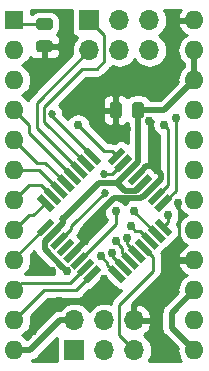
<source format=gbr>
G04 #@! TF.GenerationSoftware,KiCad,Pcbnew,(5.0.0)*
G04 #@! TF.CreationDate,2018-10-07T23:11:39+02:00*
G04 #@! TF.ProjectId,bosch_kf4_pll,626F7363685F6B66345F706C6C2E6B69,rev?*
G04 #@! TF.SameCoordinates,Original*
G04 #@! TF.FileFunction,Copper,L1,Top,Signal*
G04 #@! TF.FilePolarity,Positive*
%FSLAX46Y46*%
G04 Gerber Fmt 4.6, Leading zero omitted, Abs format (unit mm)*
G04 Created by KiCad (PCBNEW (5.0.0)) date 10/07/18 23:11:39*
%MOMM*%
%LPD*%
G01*
G04 APERTURE LIST*
G04 #@! TA.AperFunction,ComponentPad*
%ADD10R,1.700000X1.700000*%
G04 #@! TD*
G04 #@! TA.AperFunction,ComponentPad*
%ADD11O,1.700000X1.700000*%
G04 #@! TD*
G04 #@! TA.AperFunction,Conductor*
%ADD12C,0.100000*%
G04 #@! TD*
G04 #@! TA.AperFunction,SMDPad,CuDef*
%ADD13C,0.975000*%
G04 #@! TD*
G04 #@! TA.AperFunction,SMDPad,CuDef*
%ADD14C,0.550000*%
G04 #@! TD*
G04 #@! TA.AperFunction,ComponentPad*
%ADD15O,1.600000X1.600000*%
G04 #@! TD*
G04 #@! TA.AperFunction,ComponentPad*
%ADD16R,1.600000X1.600000*%
G04 #@! TD*
G04 #@! TA.AperFunction,ViaPad*
%ADD17C,0.762000*%
G04 #@! TD*
G04 #@! TA.AperFunction,ViaPad*
%ADD18C,0.685800*%
G04 #@! TD*
G04 #@! TA.AperFunction,Conductor*
%ADD19C,0.508000*%
G04 #@! TD*
G04 #@! TA.AperFunction,Conductor*
%ADD20C,0.254000*%
G04 #@! TD*
G04 APERTURE END LIST*
D10*
G04 #@! TO.P,J3,1*
G04 #@! TO.N,PWM_A*
X132080000Y-62230000D03*
D11*
G04 #@! TO.P,J3,2*
G04 #@! TO.N,PWM_B*
X132080000Y-64770000D03*
G04 #@! TO.P,J3,3*
G04 #@! TO.N,ADC_A*
X134620000Y-62230000D03*
G04 #@! TO.P,J3,4*
G04 #@! TO.N,ADC_B*
X134620000Y-64770000D03*
G04 #@! TO.P,J3,5*
G04 #@! TO.N,GPIO_A*
X137160000Y-62230000D03*
G04 #@! TO.P,J3,6*
G04 #@! TO.N,GPIO_B*
X137160000Y-64770000D03*
G04 #@! TD*
D12*
G04 #@! TO.N,+5V*
G04 #@! TO.C,C1*
G36*
X136460142Y-69151174D02*
X136483803Y-69154684D01*
X136507007Y-69160496D01*
X136529529Y-69168554D01*
X136551153Y-69178782D01*
X136571670Y-69191079D01*
X136590883Y-69205329D01*
X136608607Y-69221393D01*
X136624671Y-69239117D01*
X136638921Y-69258330D01*
X136651218Y-69278847D01*
X136661446Y-69300471D01*
X136669504Y-69322993D01*
X136675316Y-69346197D01*
X136678826Y-69369858D01*
X136680000Y-69393750D01*
X136680000Y-70306250D01*
X136678826Y-70330142D01*
X136675316Y-70353803D01*
X136669504Y-70377007D01*
X136661446Y-70399529D01*
X136651218Y-70421153D01*
X136638921Y-70441670D01*
X136624671Y-70460883D01*
X136608607Y-70478607D01*
X136590883Y-70494671D01*
X136571670Y-70508921D01*
X136551153Y-70521218D01*
X136529529Y-70531446D01*
X136507007Y-70539504D01*
X136483803Y-70545316D01*
X136460142Y-70548826D01*
X136436250Y-70550000D01*
X135948750Y-70550000D01*
X135924858Y-70548826D01*
X135901197Y-70545316D01*
X135877993Y-70539504D01*
X135855471Y-70531446D01*
X135833847Y-70521218D01*
X135813330Y-70508921D01*
X135794117Y-70494671D01*
X135776393Y-70478607D01*
X135760329Y-70460883D01*
X135746079Y-70441670D01*
X135733782Y-70421153D01*
X135723554Y-70399529D01*
X135715496Y-70377007D01*
X135709684Y-70353803D01*
X135706174Y-70330142D01*
X135705000Y-70306250D01*
X135705000Y-69393750D01*
X135706174Y-69369858D01*
X135709684Y-69346197D01*
X135715496Y-69322993D01*
X135723554Y-69300471D01*
X135733782Y-69278847D01*
X135746079Y-69258330D01*
X135760329Y-69239117D01*
X135776393Y-69221393D01*
X135794117Y-69205329D01*
X135813330Y-69191079D01*
X135833847Y-69178782D01*
X135855471Y-69168554D01*
X135877993Y-69160496D01*
X135901197Y-69154684D01*
X135924858Y-69151174D01*
X135948750Y-69150000D01*
X136436250Y-69150000D01*
X136460142Y-69151174D01*
X136460142Y-69151174D01*
G37*
D13*
G04 #@! TD*
G04 #@! TO.P,C1,1*
G04 #@! TO.N,+5V*
X136192500Y-69850000D03*
D12*
G04 #@! TO.N,GND*
G04 #@! TO.C,C1*
G36*
X134585142Y-69151174D02*
X134608803Y-69154684D01*
X134632007Y-69160496D01*
X134654529Y-69168554D01*
X134676153Y-69178782D01*
X134696670Y-69191079D01*
X134715883Y-69205329D01*
X134733607Y-69221393D01*
X134749671Y-69239117D01*
X134763921Y-69258330D01*
X134776218Y-69278847D01*
X134786446Y-69300471D01*
X134794504Y-69322993D01*
X134800316Y-69346197D01*
X134803826Y-69369858D01*
X134805000Y-69393750D01*
X134805000Y-70306250D01*
X134803826Y-70330142D01*
X134800316Y-70353803D01*
X134794504Y-70377007D01*
X134786446Y-70399529D01*
X134776218Y-70421153D01*
X134763921Y-70441670D01*
X134749671Y-70460883D01*
X134733607Y-70478607D01*
X134715883Y-70494671D01*
X134696670Y-70508921D01*
X134676153Y-70521218D01*
X134654529Y-70531446D01*
X134632007Y-70539504D01*
X134608803Y-70545316D01*
X134585142Y-70548826D01*
X134561250Y-70550000D01*
X134073750Y-70550000D01*
X134049858Y-70548826D01*
X134026197Y-70545316D01*
X134002993Y-70539504D01*
X133980471Y-70531446D01*
X133958847Y-70521218D01*
X133938330Y-70508921D01*
X133919117Y-70494671D01*
X133901393Y-70478607D01*
X133885329Y-70460883D01*
X133871079Y-70441670D01*
X133858782Y-70421153D01*
X133848554Y-70399529D01*
X133840496Y-70377007D01*
X133834684Y-70353803D01*
X133831174Y-70330142D01*
X133830000Y-70306250D01*
X133830000Y-69393750D01*
X133831174Y-69369858D01*
X133834684Y-69346197D01*
X133840496Y-69322993D01*
X133848554Y-69300471D01*
X133858782Y-69278847D01*
X133871079Y-69258330D01*
X133885329Y-69239117D01*
X133901393Y-69221393D01*
X133919117Y-69205329D01*
X133938330Y-69191079D01*
X133958847Y-69178782D01*
X133980471Y-69168554D01*
X134002993Y-69160496D01*
X134026197Y-69154684D01*
X134049858Y-69151174D01*
X134073750Y-69150000D01*
X134561250Y-69150000D01*
X134585142Y-69151174D01*
X134585142Y-69151174D01*
G37*
D13*
G04 #@! TD*
G04 #@! TO.P,C1,2*
G04 #@! TO.N,GND*
X134317500Y-69850000D03*
D14*
G04 #@! TO.P,U1,32*
G04 #@! TO.N,PTT*
X138335103Y-79765305D03*
D12*
G04 #@! TD*
G04 #@! TO.N,PTT*
G04 #@! TO.C,U1*
G36*
X137574963Y-79394074D02*
X137963872Y-79005165D01*
X139095243Y-80136536D01*
X138706334Y-80525445D01*
X137574963Y-79394074D01*
X137574963Y-79394074D01*
G37*
D14*
G04 #@! TO.P,U1,31*
G04 #@! TO.N,TXD*
X137769417Y-80330990D03*
D12*
G04 #@! TD*
G04 #@! TO.N,TXD*
G04 #@! TO.C,U1*
G36*
X137009277Y-79959759D02*
X137398186Y-79570850D01*
X138529557Y-80702221D01*
X138140648Y-81091130D01*
X137009277Y-79959759D01*
X137009277Y-79959759D01*
G37*
D14*
G04 #@! TO.P,U1,30*
G04 #@! TO.N,RXD*
X137203732Y-80896676D03*
D12*
G04 #@! TD*
G04 #@! TO.N,RXD*
G04 #@! TO.C,U1*
G36*
X136443592Y-80525445D02*
X136832501Y-80136536D01*
X137963872Y-81267907D01*
X137574963Y-81656816D01*
X136443592Y-80525445D01*
X136443592Y-80525445D01*
G37*
D14*
G04 #@! TO.P,U1,29*
G04 #@! TO.N,RST*
X136638047Y-81462361D03*
D12*
G04 #@! TD*
G04 #@! TO.N,RST*
G04 #@! TO.C,U1*
G36*
X135877907Y-81091130D02*
X136266816Y-80702221D01*
X137398187Y-81833592D01*
X137009278Y-82222501D01*
X135877907Y-81091130D01*
X135877907Y-81091130D01*
G37*
D14*
G04 #@! TO.P,U1,28*
G04 #@! TO.N,A*
X136072361Y-82028047D03*
D12*
G04 #@! TD*
G04 #@! TO.N,A*
G04 #@! TO.C,U1*
G36*
X135312221Y-81656816D02*
X135701130Y-81267907D01*
X136832501Y-82399278D01*
X136443592Y-82788187D01*
X135312221Y-81656816D01*
X135312221Y-81656816D01*
G37*
D14*
G04 #@! TO.P,U1,27*
G04 #@! TO.N,PTT_SENSE*
X135506676Y-82593732D03*
D12*
G04 #@! TD*
G04 #@! TO.N,PTT_SENSE*
G04 #@! TO.C,U1*
G36*
X134746536Y-82222501D02*
X135135445Y-81833592D01*
X136266816Y-82964963D01*
X135877907Y-83353872D01*
X134746536Y-82222501D01*
X134746536Y-82222501D01*
G37*
D14*
G04 #@! TO.P,U1,26*
G04 #@! TO.N,A1*
X134940990Y-83159417D03*
D12*
G04 #@! TD*
G04 #@! TO.N,A1*
G04 #@! TO.C,U1*
G36*
X134180850Y-82788186D02*
X134569759Y-82399277D01*
X135701130Y-83530648D01*
X135312221Y-83919557D01*
X134180850Y-82788186D01*
X134180850Y-82788186D01*
G37*
D14*
G04 #@! TO.P,U1,25*
G04 #@! TO.N,A0*
X134375305Y-83725103D03*
D12*
G04 #@! TD*
G04 #@! TO.N,A0*
G04 #@! TO.C,U1*
G36*
X133615165Y-83353872D02*
X134004074Y-82964963D01*
X135135445Y-84096334D01*
X134746536Y-84485243D01*
X133615165Y-83353872D01*
X133615165Y-83353872D01*
G37*
D14*
G04 #@! TO.P,U1,24*
G04 #@! TO.N,D7*
X132324695Y-83725103D03*
D12*
G04 #@! TD*
G04 #@! TO.N,D7*
G04 #@! TO.C,U1*
G36*
X132695926Y-82964963D02*
X133084835Y-83353872D01*
X131953464Y-84485243D01*
X131564555Y-84096334D01*
X132695926Y-82964963D01*
X132695926Y-82964963D01*
G37*
D14*
G04 #@! TO.P,U1,23*
G04 #@! TO.N,D6*
X131759010Y-83159417D03*
D12*
G04 #@! TD*
G04 #@! TO.N,D6*
G04 #@! TO.C,U1*
G36*
X132130241Y-82399277D02*
X132519150Y-82788186D01*
X131387779Y-83919557D01*
X130998870Y-83530648D01*
X132130241Y-82399277D01*
X132130241Y-82399277D01*
G37*
D14*
G04 #@! TO.P,U1,22*
G04 #@! TO.N,ADC_B*
X131193324Y-82593732D03*
D12*
G04 #@! TD*
G04 #@! TO.N,ADC_B*
G04 #@! TO.C,U1*
G36*
X131564555Y-81833592D02*
X131953464Y-82222501D01*
X130822093Y-83353872D01*
X130433184Y-82964963D01*
X131564555Y-81833592D01*
X131564555Y-81833592D01*
G37*
D14*
G04 #@! TO.P,U1,21*
G04 #@! TO.N,GND*
X130627639Y-82028047D03*
D12*
G04 #@! TD*
G04 #@! TO.N,GND*
G04 #@! TO.C,U1*
G36*
X130998870Y-81267907D02*
X131387779Y-81656816D01*
X130256408Y-82788187D01*
X129867499Y-82399278D01*
X130998870Y-81267907D01*
X130998870Y-81267907D01*
G37*
D14*
G04 #@! TO.P,U1,20*
G04 #@! TO.N,Net-(U1-Pad20)*
X130061953Y-81462361D03*
D12*
G04 #@! TD*
G04 #@! TO.N,Net-(U1-Pad20)*
G04 #@! TO.C,U1*
G36*
X130433184Y-80702221D02*
X130822093Y-81091130D01*
X129690722Y-82222501D01*
X129301813Y-81833592D01*
X130433184Y-80702221D01*
X130433184Y-80702221D01*
G37*
D14*
G04 #@! TO.P,U1,19*
G04 #@! TO.N,ADC_A*
X129496268Y-80896676D03*
D12*
G04 #@! TD*
G04 #@! TO.N,ADC_A*
G04 #@! TO.C,U1*
G36*
X129867499Y-80136536D02*
X130256408Y-80525445D01*
X129125037Y-81656816D01*
X128736128Y-81267907D01*
X129867499Y-80136536D01*
X129867499Y-80136536D01*
G37*
D14*
G04 #@! TO.P,U1,18*
G04 #@! TO.N,+5V*
X128930583Y-80330990D03*
D12*
G04 #@! TD*
G04 #@! TO.N,+5V*
G04 #@! TO.C,U1*
G36*
X129301814Y-79570850D02*
X129690723Y-79959759D01*
X128559352Y-81091130D01*
X128170443Y-80702221D01*
X129301814Y-79570850D01*
X129301814Y-79570850D01*
G37*
D14*
G04 #@! TO.P,U1,17*
G04 #@! TO.N,D5*
X128364897Y-79765305D03*
D12*
G04 #@! TD*
G04 #@! TO.N,D5*
G04 #@! TO.C,U1*
G36*
X128736128Y-79005165D02*
X129125037Y-79394074D01*
X127993666Y-80525445D01*
X127604757Y-80136536D01*
X128736128Y-79005165D01*
X128736128Y-79005165D01*
G37*
D14*
G04 #@! TO.P,U1,16*
G04 #@! TO.N,D4*
X128364897Y-77714695D03*
D12*
G04 #@! TD*
G04 #@! TO.N,D4*
G04 #@! TO.C,U1*
G36*
X127604757Y-77343464D02*
X127993666Y-76954555D01*
X129125037Y-78085926D01*
X128736128Y-78474835D01*
X127604757Y-77343464D01*
X127604757Y-77343464D01*
G37*
D14*
G04 #@! TO.P,U1,15*
G04 #@! TO.N,D3*
X128930583Y-77149010D03*
D12*
G04 #@! TD*
G04 #@! TO.N,D3*
G04 #@! TO.C,U1*
G36*
X128170443Y-76777779D02*
X128559352Y-76388870D01*
X129690723Y-77520241D01*
X129301814Y-77909150D01*
X128170443Y-76777779D01*
X128170443Y-76777779D01*
G37*
D14*
G04 #@! TO.P,U1,14*
G04 #@! TO.N,D2*
X129496268Y-76583324D03*
D12*
G04 #@! TD*
G04 #@! TO.N,D2*
G04 #@! TO.C,U1*
G36*
X128736128Y-76212093D02*
X129125037Y-75823184D01*
X130256408Y-76954555D01*
X129867499Y-77343464D01*
X128736128Y-76212093D01*
X128736128Y-76212093D01*
G37*
D14*
G04 #@! TO.P,U1,13*
G04 #@! TO.N,D1*
X130061953Y-76017639D03*
D12*
G04 #@! TD*
G04 #@! TO.N,D1*
G04 #@! TO.C,U1*
G36*
X129301813Y-75646408D02*
X129690722Y-75257499D01*
X130822093Y-76388870D01*
X130433184Y-76777779D01*
X129301813Y-75646408D01*
X129301813Y-75646408D01*
G37*
D14*
G04 #@! TO.P,U1,12*
G04 #@! TO.N,D0*
X130627639Y-75451953D03*
D12*
G04 #@! TD*
G04 #@! TO.N,D0*
G04 #@! TO.C,U1*
G36*
X129867499Y-75080722D02*
X130256408Y-74691813D01*
X131387779Y-75823184D01*
X130998870Y-76212093D01*
X129867499Y-75080722D01*
X129867499Y-75080722D01*
G37*
D14*
G04 #@! TO.P,U1,11*
G04 #@! TO.N,PWM_B*
X131193324Y-74886268D03*
D12*
G04 #@! TD*
G04 #@! TO.N,PWM_B*
G04 #@! TO.C,U1*
G36*
X130433184Y-74515037D02*
X130822093Y-74126128D01*
X131953464Y-75257499D01*
X131564555Y-75646408D01*
X130433184Y-74515037D01*
X130433184Y-74515037D01*
G37*
D14*
G04 #@! TO.P,U1,10*
G04 #@! TO.N,PWM_A*
X131759010Y-74320583D03*
D12*
G04 #@! TD*
G04 #@! TO.N,PWM_A*
G04 #@! TO.C,U1*
G36*
X130998870Y-73949352D02*
X131387779Y-73560443D01*
X132519150Y-74691814D01*
X132130241Y-75080723D01*
X130998870Y-73949352D01*
X130998870Y-73949352D01*
G37*
D14*
G04 #@! TO.P,U1,9*
G04 #@! TO.N,SQL*
X132324695Y-73754897D03*
D12*
G04 #@! TD*
G04 #@! TO.N,SQL*
G04 #@! TO.C,U1*
G36*
X131564555Y-73383666D02*
X131953464Y-72994757D01*
X133084835Y-74126128D01*
X132695926Y-74515037D01*
X131564555Y-73383666D01*
X131564555Y-73383666D01*
G37*
D14*
G04 #@! TO.P,U1,8*
G04 #@! TO.N,Net-(C4-Pad2)*
X134375305Y-73754897D03*
D12*
G04 #@! TD*
G04 #@! TO.N,Net-(C4-Pad2)*
G04 #@! TO.C,U1*
G36*
X134746536Y-72994757D02*
X135135445Y-73383666D01*
X134004074Y-74515037D01*
X133615165Y-74126128D01*
X134746536Y-72994757D01*
X134746536Y-72994757D01*
G37*
D14*
G04 #@! TO.P,U1,7*
G04 #@! TO.N,Net-(C3-Pad2)*
X134940990Y-74320583D03*
D12*
G04 #@! TD*
G04 #@! TO.N,Net-(C3-Pad2)*
G04 #@! TO.C,U1*
G36*
X135312221Y-73560443D02*
X135701130Y-73949352D01*
X134569759Y-75080723D01*
X134180850Y-74691814D01*
X135312221Y-73560443D01*
X135312221Y-73560443D01*
G37*
D14*
G04 #@! TO.P,U1,6*
G04 #@! TO.N,+5V*
X135506676Y-74886268D03*
D12*
G04 #@! TD*
G04 #@! TO.N,+5V*
G04 #@! TO.C,U1*
G36*
X135877907Y-74126128D02*
X136266816Y-74515037D01*
X135135445Y-75646408D01*
X134746536Y-75257499D01*
X135877907Y-74126128D01*
X135877907Y-74126128D01*
G37*
D14*
G04 #@! TO.P,U1,5*
G04 #@! TO.N,GND*
X136072361Y-75451953D03*
D12*
G04 #@! TD*
G04 #@! TO.N,GND*
G04 #@! TO.C,U1*
G36*
X136443592Y-74691813D02*
X136832501Y-75080722D01*
X135701130Y-76212093D01*
X135312221Y-75823184D01*
X136443592Y-74691813D01*
X136443592Y-74691813D01*
G37*
D14*
G04 #@! TO.P,U1,4*
G04 #@! TO.N,+5V*
X136638047Y-76017639D03*
D12*
G04 #@! TD*
G04 #@! TO.N,+5V*
G04 #@! TO.C,U1*
G36*
X137009278Y-75257499D02*
X137398187Y-75646408D01*
X136266816Y-76777779D01*
X135877907Y-76388870D01*
X137009278Y-75257499D01*
X137009278Y-75257499D01*
G37*
D14*
G04 #@! TO.P,U1,3*
G04 #@! TO.N,GND*
X137203732Y-76583324D03*
D12*
G04 #@! TD*
G04 #@! TO.N,GND*
G04 #@! TO.C,U1*
G36*
X137574963Y-75823184D02*
X137963872Y-76212093D01*
X136832501Y-77343464D01*
X136443592Y-76954555D01*
X137574963Y-75823184D01*
X137574963Y-75823184D01*
G37*
D14*
G04 #@! TO.P,U1,2*
G04 #@! TO.N,GPIO_B*
X137769417Y-77149010D03*
D12*
G04 #@! TD*
G04 #@! TO.N,GPIO_B*
G04 #@! TO.C,U1*
G36*
X138140648Y-76388870D02*
X138529557Y-76777779D01*
X137398186Y-77909150D01*
X137009277Y-77520241D01*
X138140648Y-76388870D01*
X138140648Y-76388870D01*
G37*
D14*
G04 #@! TO.P,U1,1*
G04 #@! TO.N,GPIO_A*
X138335103Y-77714695D03*
D12*
G04 #@! TD*
G04 #@! TO.N,GPIO_A*
G04 #@! TO.C,U1*
G36*
X138706334Y-76954555D02*
X139095243Y-77343464D01*
X137963872Y-78474835D01*
X137574963Y-78085926D01*
X138706334Y-76954555D01*
X138706334Y-76954555D01*
G37*
D11*
G04 #@! TO.P,J1,6*
G04 #@! TO.N,GND*
X135890000Y-87630000D03*
G04 #@! TO.P,J1,5*
G04 #@! TO.N,RST*
X135890000Y-90170000D03*
G04 #@! TO.P,J1,4*
G04 #@! TO.N,D3*
X133350000Y-87630000D03*
G04 #@! TO.P,J1,3*
G04 #@! TO.N,D5*
X133350000Y-90170000D03*
G04 #@! TO.P,J1,2*
G04 #@! TO.N,+5V*
X130810000Y-87630000D03*
D10*
G04 #@! TO.P,J1,1*
G04 #@! TO.N,D4*
X130810000Y-90170000D03*
G04 #@! TD*
D15*
G04 #@! TO.P,J2,24*
G04 #@! TO.N,GND*
X140970000Y-62230000D03*
G04 #@! TO.P,J2,12*
G04 #@! TO.N,+5V*
X125730000Y-90170000D03*
G04 #@! TO.P,J2,23*
X140970000Y-64770000D03*
G04 #@! TO.P,J2,11*
G04 #@! TO.N,D7*
X125730000Y-87630000D03*
G04 #@! TO.P,J2,22*
G04 #@! TO.N,+5V*
X140970000Y-67310000D03*
G04 #@! TO.P,J2,10*
G04 #@! TO.N,D6*
X125730000Y-85090000D03*
G04 #@! TO.P,J2,21*
G04 #@! TO.N,RXD*
X140970000Y-69850000D03*
G04 #@! TO.P,J2,9*
G04 #@! TO.N,D5*
X125730000Y-82550000D03*
G04 #@! TO.P,J2,20*
G04 #@! TO.N,TXD*
X140970000Y-72390000D03*
G04 #@! TO.P,J2,8*
G04 #@! TO.N,D4*
X125730000Y-80010000D03*
G04 #@! TO.P,J2,19*
G04 #@! TO.N,PTT_OUT*
X140970000Y-74930000D03*
G04 #@! TO.P,J2,7*
G04 #@! TO.N,D3*
X125730000Y-77470000D03*
G04 #@! TO.P,J2,18*
G04 #@! TO.N,A*
X140970000Y-77470000D03*
G04 #@! TO.P,J2,6*
G04 #@! TO.N,D2*
X125730000Y-74930000D03*
G04 #@! TO.P,J2,17*
G04 #@! TO.N,PTT_SENSE*
X140970000Y-80010000D03*
G04 #@! TO.P,J2,5*
G04 #@! TO.N,D1*
X125730000Y-72390000D03*
G04 #@! TO.P,J2,16*
G04 #@! TO.N,GND*
X140970000Y-82550000D03*
G04 #@! TO.P,J2,4*
G04 #@! TO.N,D0*
X125730000Y-69850000D03*
G04 #@! TO.P,J2,15*
G04 #@! TO.N,+5V*
X140970000Y-85090000D03*
G04 #@! TO.P,J2,3*
G04 #@! TO.N,A0*
X125730000Y-67310000D03*
G04 #@! TO.P,J2,14*
G04 #@! TO.N,GND*
X140970000Y-87630000D03*
G04 #@! TO.P,J2,2*
G04 #@! TO.N,A1*
X125730000Y-64770000D03*
G04 #@! TO.P,J2,13*
G04 #@! TO.N,+5V*
X140970000Y-90170000D03*
D16*
G04 #@! TO.P,J2,1*
G04 #@! TO.N,SQL*
X125730000Y-62230000D03*
G04 #@! TD*
D12*
G04 #@! TO.N,SQL*
G04 #@! TO.C,R4*
G36*
X128750142Y-62076174D02*
X128773803Y-62079684D01*
X128797007Y-62085496D01*
X128819529Y-62093554D01*
X128841153Y-62103782D01*
X128861670Y-62116079D01*
X128880883Y-62130329D01*
X128898607Y-62146393D01*
X128914671Y-62164117D01*
X128928921Y-62183330D01*
X128941218Y-62203847D01*
X128951446Y-62225471D01*
X128959504Y-62247993D01*
X128965316Y-62271197D01*
X128968826Y-62294858D01*
X128970000Y-62318750D01*
X128970000Y-62806250D01*
X128968826Y-62830142D01*
X128965316Y-62853803D01*
X128959504Y-62877007D01*
X128951446Y-62899529D01*
X128941218Y-62921153D01*
X128928921Y-62941670D01*
X128914671Y-62960883D01*
X128898607Y-62978607D01*
X128880883Y-62994671D01*
X128861670Y-63008921D01*
X128841153Y-63021218D01*
X128819529Y-63031446D01*
X128797007Y-63039504D01*
X128773803Y-63045316D01*
X128750142Y-63048826D01*
X128726250Y-63050000D01*
X127813750Y-63050000D01*
X127789858Y-63048826D01*
X127766197Y-63045316D01*
X127742993Y-63039504D01*
X127720471Y-63031446D01*
X127698847Y-63021218D01*
X127678330Y-63008921D01*
X127659117Y-62994671D01*
X127641393Y-62978607D01*
X127625329Y-62960883D01*
X127611079Y-62941670D01*
X127598782Y-62921153D01*
X127588554Y-62899529D01*
X127580496Y-62877007D01*
X127574684Y-62853803D01*
X127571174Y-62830142D01*
X127570000Y-62806250D01*
X127570000Y-62318750D01*
X127571174Y-62294858D01*
X127574684Y-62271197D01*
X127580496Y-62247993D01*
X127588554Y-62225471D01*
X127598782Y-62203847D01*
X127611079Y-62183330D01*
X127625329Y-62164117D01*
X127641393Y-62146393D01*
X127659117Y-62130329D01*
X127678330Y-62116079D01*
X127698847Y-62103782D01*
X127720471Y-62093554D01*
X127742993Y-62085496D01*
X127766197Y-62079684D01*
X127789858Y-62076174D01*
X127813750Y-62075000D01*
X128726250Y-62075000D01*
X128750142Y-62076174D01*
X128750142Y-62076174D01*
G37*
D13*
G04 #@! TD*
G04 #@! TO.P,R4,1*
G04 #@! TO.N,SQL*
X128270000Y-62562500D03*
D12*
G04 #@! TO.N,GND*
G04 #@! TO.C,R4*
G36*
X128750142Y-63951174D02*
X128773803Y-63954684D01*
X128797007Y-63960496D01*
X128819529Y-63968554D01*
X128841153Y-63978782D01*
X128861670Y-63991079D01*
X128880883Y-64005329D01*
X128898607Y-64021393D01*
X128914671Y-64039117D01*
X128928921Y-64058330D01*
X128941218Y-64078847D01*
X128951446Y-64100471D01*
X128959504Y-64122993D01*
X128965316Y-64146197D01*
X128968826Y-64169858D01*
X128970000Y-64193750D01*
X128970000Y-64681250D01*
X128968826Y-64705142D01*
X128965316Y-64728803D01*
X128959504Y-64752007D01*
X128951446Y-64774529D01*
X128941218Y-64796153D01*
X128928921Y-64816670D01*
X128914671Y-64835883D01*
X128898607Y-64853607D01*
X128880883Y-64869671D01*
X128861670Y-64883921D01*
X128841153Y-64896218D01*
X128819529Y-64906446D01*
X128797007Y-64914504D01*
X128773803Y-64920316D01*
X128750142Y-64923826D01*
X128726250Y-64925000D01*
X127813750Y-64925000D01*
X127789858Y-64923826D01*
X127766197Y-64920316D01*
X127742993Y-64914504D01*
X127720471Y-64906446D01*
X127698847Y-64896218D01*
X127678330Y-64883921D01*
X127659117Y-64869671D01*
X127641393Y-64853607D01*
X127625329Y-64835883D01*
X127611079Y-64816670D01*
X127598782Y-64796153D01*
X127588554Y-64774529D01*
X127580496Y-64752007D01*
X127574684Y-64728803D01*
X127571174Y-64705142D01*
X127570000Y-64681250D01*
X127570000Y-64193750D01*
X127571174Y-64169858D01*
X127574684Y-64146197D01*
X127580496Y-64122993D01*
X127588554Y-64100471D01*
X127598782Y-64078847D01*
X127611079Y-64058330D01*
X127625329Y-64039117D01*
X127641393Y-64021393D01*
X127659117Y-64005329D01*
X127678330Y-63991079D01*
X127698847Y-63978782D01*
X127720471Y-63968554D01*
X127742993Y-63960496D01*
X127766197Y-63954684D01*
X127789858Y-63951174D01*
X127813750Y-63950000D01*
X128726250Y-63950000D01*
X128750142Y-63951174D01*
X128750142Y-63951174D01*
G37*
D13*
G04 #@! TD*
G04 #@! TO.P,R4,2*
G04 #@! TO.N,GND*
X128270000Y-64437500D03*
D17*
G04 #@! TO.N,GND*
X137795000Y-74930000D03*
X131693186Y-80962500D03*
X137160000Y-70802500D03*
X132080000Y-68580000D03*
X135890000Y-66357500D03*
X129222500Y-66040000D03*
X137477500Y-68580000D03*
X135255000Y-71437500D03*
X130175000Y-61912500D03*
X132080000Y-86360000D03*
X133350000Y-84137500D03*
X138430000Y-83820000D03*
X137795000Y-86360000D03*
X137795000Y-73342500D03*
X129540000Y-86042500D03*
X128905000Y-83502500D03*
X139700000Y-80962500D03*
X139573000Y-77724012D03*
X127317500Y-88582500D03*
X128270000Y-90805000D03*
D18*
X133032500Y-70485000D03*
D17*
G04 #@! TO.N,+5V*
X130175000Y-83502500D03*
D18*
X129857500Y-79057498D03*
D17*
G04 #@! TO.N,A1*
X133985000Y-81915000D03*
G04 #@! TO.N,A0*
X133032500Y-82232500D03*
G04 #@! TO.N,PTT_SENSE*
X134302500Y-80962500D03*
G04 #@! TO.N,PTT*
X138747500Y-78740000D03*
G04 #@! TO.N,A*
X135255000Y-80645000D03*
G04 #@! TO.N,TXD*
X135890000Y-78422500D03*
G04 #@! TO.N,RXD*
X135572500Y-79692500D03*
D18*
G04 #@! TO.N,SQL*
X128905000Y-70167540D03*
D17*
G04 #@! TO.N,Net-(C4-Pad2)*
X131127500Y-71119992D03*
D18*
G04 #@! TO.N,Net-(C3-Pad2)*
X133350000Y-75247500D03*
D17*
G04 #@! TO.N,ADC_B*
X134302500Y-78422500D03*
D18*
G04 #@! TO.N,ADC_A*
X133418122Y-76903122D03*
D17*
G04 #@! TO.N,GPIO_B*
X138430000Y-71094600D03*
G04 #@! TO.N,GPIO_A*
X139382500Y-70485000D03*
G04 #@! TD*
D19*
G04 #@! TO.N,GND*
X138112500Y-75674556D02*
X137203732Y-76583324D01*
X136072361Y-75451953D02*
X136911814Y-74612500D01*
X136911814Y-74612500D02*
X137477500Y-74612500D01*
X138112500Y-75247500D02*
X138112500Y-75674556D01*
X137477500Y-74612500D02*
X137795000Y-74930000D01*
X137795000Y-74930000D02*
X138112500Y-75247500D01*
X130627639Y-82028047D02*
X131693186Y-80962500D01*
X135890000Y-86360000D02*
X135890000Y-87630000D01*
X140970000Y-82550000D02*
X139700000Y-82550000D01*
X139700000Y-82550000D02*
X135890000Y-86360000D01*
D20*
X139700000Y-77851012D02*
X139573000Y-77724012D01*
X139700000Y-80962500D02*
X139700000Y-77851012D01*
D19*
X131693186Y-80423685D02*
X131693186Y-80962500D01*
X131693186Y-79761814D02*
X131693186Y-80423685D01*
X134140556Y-77314444D02*
X131693186Y-79761814D01*
X137203732Y-76583324D02*
X136472612Y-77314444D01*
X136472612Y-77314444D02*
X134140556Y-77314444D01*
G04 #@! TO.N,+5V*
X140970000Y-90170000D02*
X139065000Y-88265000D01*
X139065000Y-88265000D02*
X139065000Y-86995000D01*
X139065000Y-86995000D02*
X140970000Y-85090000D01*
X140970000Y-67310000D02*
X140970000Y-64770000D01*
X136143071Y-69899429D02*
X136192500Y-69850000D01*
X128930583Y-80330990D02*
X128294188Y-80967385D01*
X129794001Y-83097313D02*
X128294188Y-81597500D01*
X129794001Y-83121501D02*
X129794001Y-83097313D01*
X130175000Y-83502500D02*
X129794001Y-83121501D01*
X128294188Y-80967385D02*
X128294188Y-81597500D01*
X136192500Y-69850000D02*
X138430000Y-69850000D01*
X138430000Y-69850000D02*
X140970000Y-67310000D01*
X136192500Y-74200444D02*
X136192500Y-69850000D01*
X135506676Y-74886268D02*
X136192500Y-74200444D01*
X135506676Y-74886268D02*
X134396143Y-75996801D01*
X135053376Y-76654034D02*
X134396143Y-75996801D01*
X136638047Y-76017639D02*
X136001652Y-76654034D01*
X136001652Y-76654034D02*
X135053376Y-76654034D01*
X127067919Y-90170000D02*
X125730000Y-90170000D01*
X130810000Y-87630000D02*
X129607919Y-87630000D01*
X129607919Y-87630000D02*
X127067919Y-90170000D01*
X129857500Y-79404073D02*
X129857500Y-79057498D01*
X128930583Y-80330990D02*
X129857500Y-79404073D01*
X129857502Y-79057498D02*
X129857500Y-79057498D01*
X134396143Y-75996801D02*
X132918199Y-75996801D01*
X132918199Y-75996801D02*
X129857502Y-79057498D01*
D20*
G04 #@! TO.N,RST*
X137477500Y-82301814D02*
X136638047Y-81462361D01*
X137477500Y-83502500D02*
X137477500Y-82301814D01*
X134620000Y-86360000D02*
X137477500Y-83502500D01*
X135890000Y-90170000D02*
X134620000Y-88900000D01*
X134620000Y-88900000D02*
X134620000Y-86360000D01*
G04 #@! TO.N,A1*
X133985000Y-81915000D02*
X133985000Y-82203427D01*
X133985000Y-82203427D02*
X134940990Y-83159417D01*
G04 #@! TO.N,A0*
X133032500Y-82232500D02*
X133032500Y-82382298D01*
X133604000Y-82953798D02*
X134375305Y-83725103D01*
X133604000Y-82804000D02*
X133604000Y-82953798D01*
X133032500Y-82232500D02*
X133604000Y-82804000D01*
G04 #@! TO.N,D0*
X125730000Y-69850000D02*
X127000000Y-71120000D01*
X127000000Y-71824314D02*
X130627639Y-75451953D01*
X127000000Y-71120000D02*
X127000000Y-71824314D01*
G04 #@! TO.N,D1*
X127635000Y-74295000D02*
X125730000Y-72390000D01*
X130061953Y-76017639D02*
X128339314Y-74295000D01*
X128339314Y-74295000D02*
X127635000Y-74295000D01*
G04 #@! TO.N,PTT_SENSE*
X134683499Y-81343499D02*
X134302500Y-80962500D01*
X134870281Y-81530281D02*
X134683499Y-81343499D01*
X134870281Y-81957337D02*
X134870281Y-81530281D01*
X135506676Y-82593732D02*
X134870281Y-81957337D01*
G04 #@! TO.N,D2*
X127842944Y-74930000D02*
X125730000Y-74930000D01*
X129496268Y-76583324D02*
X127842944Y-74930000D01*
G04 #@! TO.N,D3*
X128930583Y-77149010D02*
X127981573Y-76200000D01*
X127000000Y-76200000D02*
X125730000Y-77470000D01*
X127981573Y-76200000D02*
X127000000Y-76200000D01*
G04 #@! TO.N,D4*
X125730000Y-80010000D02*
X127000000Y-78740000D01*
X127339592Y-78740000D02*
X127000000Y-78740000D01*
X128364897Y-77714695D02*
X127339592Y-78740000D01*
G04 #@! TO.N,D5*
X125730000Y-82400202D02*
X125730000Y-82550000D01*
X128364897Y-79765305D02*
X125730000Y-82400202D01*
G04 #@! TO.N,D6*
X126365000Y-84455000D02*
X125730000Y-85090000D01*
X131759010Y-83159417D02*
X130463427Y-84455000D01*
X130463427Y-84455000D02*
X126365000Y-84455000D01*
G04 #@! TO.N,D7*
X128270000Y-85090000D02*
X125730000Y-87630000D01*
X132324695Y-83725103D02*
X130959798Y-85090000D01*
X130959798Y-85090000D02*
X128270000Y-85090000D01*
G04 #@! TO.N,PTT*
X138335103Y-79765305D02*
X138747500Y-79352908D01*
X138747500Y-79352908D02*
X138747500Y-78740000D01*
G04 #@! TO.N,A*
X135255000Y-81210686D02*
X135255000Y-80645000D01*
X136072361Y-82028047D02*
X135255000Y-81210686D01*
G04 #@! TO.N,TXD*
X135890000Y-78451573D02*
X135890000Y-78422500D01*
X137769417Y-80330990D02*
X135890000Y-78451573D01*
G04 #@! TO.N,RXD*
X135572500Y-79692500D02*
X135953499Y-80073499D01*
X136380555Y-80073499D02*
X137203732Y-80896676D01*
X135953499Y-80073499D02*
X136380555Y-80073499D01*
G04 #@! TO.N,SQL*
X126062500Y-62562500D02*
X125730000Y-62230000D01*
X128270000Y-62562500D02*
X126062500Y-62562500D01*
X132324695Y-73754897D02*
X128905000Y-70335202D01*
X128905000Y-70335202D02*
X128905000Y-70167540D01*
G04 #@! TO.N,PWM_B*
X127635000Y-69215000D02*
X132080000Y-64770000D01*
X131193324Y-74886268D02*
X127635000Y-71327944D01*
X127635000Y-71327944D02*
X127635000Y-69215000D01*
G04 #@! TO.N,PWM_A*
X133350000Y-63500000D02*
X133350000Y-65722500D01*
X132080000Y-62230000D02*
X133350000Y-63500000D01*
X133350000Y-65722500D02*
X132715000Y-66357500D01*
X132715000Y-66357500D02*
X131476510Y-66357500D01*
X128270000Y-70831573D02*
X131759010Y-74320583D01*
X131476510Y-66357500D02*
X128270000Y-69564010D01*
X128270000Y-69564010D02*
X128270000Y-70831573D01*
G04 #@! TO.N,Net-(C4-Pad2)*
X131508499Y-71500991D02*
X131127500Y-71119992D01*
X134375305Y-73754897D02*
X133962908Y-73342500D01*
X133350008Y-73342500D02*
X131508499Y-71500991D01*
X133962908Y-73342500D02*
X133350008Y-73342500D01*
G04 #@! TO.N,Net-(C3-Pad2)*
X134014073Y-75247500D02*
X134940990Y-74320583D01*
X133350000Y-75247500D02*
X134014073Y-75247500D01*
G04 #@! TO.N,ADC_B*
X134302500Y-79484556D02*
X134302500Y-78422500D01*
X131193324Y-82593732D02*
X134302500Y-79484556D01*
G04 #@! TO.N,ADC_A*
X129496268Y-80896676D02*
X130492500Y-79900444D01*
X130492500Y-79900444D02*
X130492500Y-79692500D01*
X130492500Y-79692500D02*
X130810000Y-79375000D01*
X130810000Y-79375000D02*
X133418122Y-76903122D01*
X133418122Y-76903122D02*
X133350000Y-76835000D01*
G04 #@! TO.N,GPIO_B*
X137769417Y-77149010D02*
X138747500Y-76170927D01*
X138747500Y-76170927D02*
X138747500Y-73660000D01*
X138747500Y-73660000D02*
X138747500Y-71437500D01*
X138430000Y-71120000D02*
X138430000Y-71094600D01*
X138747500Y-71437500D02*
X138430000Y-71094600D01*
G04 #@! TO.N,GPIO_A*
X139382500Y-76667298D02*
X138335103Y-77714695D01*
X139382500Y-73342500D02*
X139382500Y-76667298D01*
X139382500Y-73342500D02*
X139382500Y-71755000D01*
X139382500Y-71755000D02*
X139382500Y-70485000D01*
G04 #@! TD*
G04 #@! TO.N,GND*
G36*
X129334188Y-89195518D02*
X129321928Y-89320000D01*
X129321928Y-91020000D01*
X129324636Y-91047500D01*
X127228344Y-91047500D01*
X127242193Y-91046136D01*
X127409770Y-90995303D01*
X127564210Y-90912753D01*
X127699578Y-90801659D01*
X127727418Y-90767736D01*
X129349233Y-89145922D01*
X129334188Y-89195518D01*
X129334188Y-89195518D01*
G37*
X129334188Y-89195518D02*
X129321928Y-89320000D01*
X129321928Y-91020000D01*
X129324636Y-91047500D01*
X127228344Y-91047500D01*
X127242193Y-91046136D01*
X127409770Y-90995303D01*
X127564210Y-90912753D01*
X127699578Y-90801659D01*
X127727418Y-90767736D01*
X129349233Y-89145922D01*
X129334188Y-89195518D01*
G36*
X139637818Y-80561808D02*
X139771068Y-80811101D01*
X139950392Y-81029608D01*
X140168899Y-81208932D01*
X140306682Y-81282579D01*
X140114869Y-81397615D01*
X139906481Y-81586586D01*
X139738963Y-81812580D01*
X139618754Y-82066913D01*
X139578096Y-82200961D01*
X139700085Y-82423000D01*
X140843000Y-82423000D01*
X140843000Y-82403000D01*
X141097000Y-82403000D01*
X141097000Y-82423000D01*
X141117000Y-82423000D01*
X141117000Y-82677000D01*
X141097000Y-82677000D01*
X141097000Y-82697000D01*
X140843000Y-82697000D01*
X140843000Y-82677000D01*
X139700085Y-82677000D01*
X139578096Y-82899039D01*
X139618754Y-83033087D01*
X139738963Y-83287420D01*
X139906481Y-83513414D01*
X140114869Y-83702385D01*
X140306682Y-83817421D01*
X140168899Y-83891068D01*
X139950392Y-84070392D01*
X139771068Y-84288899D01*
X139637818Y-84538192D01*
X139555764Y-84808691D01*
X139528057Y-85090000D01*
X139544618Y-85258146D01*
X138467259Y-86335506D01*
X138433342Y-86363341D01*
X138405507Y-86397258D01*
X138405505Y-86397260D01*
X138322248Y-86498709D01*
X138239698Y-86653148D01*
X138188864Y-86820726D01*
X138171700Y-86995000D01*
X138176001Y-87038669D01*
X138176000Y-88221339D01*
X138171700Y-88265000D01*
X138176000Y-88308660D01*
X138176000Y-88308666D01*
X138180916Y-88358579D01*
X138188864Y-88439274D01*
X138209146Y-88506136D01*
X138239697Y-88606850D01*
X138322247Y-88761290D01*
X138433341Y-88896659D01*
X138467264Y-88924499D01*
X139544618Y-90001854D01*
X139528057Y-90170000D01*
X139555764Y-90451309D01*
X139637818Y-90721808D01*
X139771068Y-90971101D01*
X139833767Y-91047500D01*
X137090915Y-91047500D01*
X137130706Y-90999014D01*
X137268599Y-90741034D01*
X137353513Y-90461111D01*
X137382185Y-90170000D01*
X137353513Y-89878889D01*
X137268599Y-89598966D01*
X137130706Y-89340986D01*
X136945134Y-89114866D01*
X136719014Y-88929294D01*
X136661244Y-88898416D01*
X136890269Y-88727588D01*
X137085178Y-88511355D01*
X137234157Y-88261252D01*
X137331481Y-87986891D01*
X137210814Y-87757000D01*
X136017000Y-87757000D01*
X136017000Y-87777000D01*
X135763000Y-87777000D01*
X135763000Y-87757000D01*
X135743000Y-87757000D01*
X135743000Y-87503000D01*
X135763000Y-87503000D01*
X135763000Y-87483000D01*
X136017000Y-87483000D01*
X136017000Y-87503000D01*
X137210814Y-87503000D01*
X137331481Y-87273109D01*
X137234157Y-86998748D01*
X137085178Y-86748645D01*
X136890269Y-86532412D01*
X136656920Y-86358359D01*
X136394099Y-86233175D01*
X136246890Y-86188524D01*
X136017002Y-86309844D01*
X136017002Y-86145000D01*
X135912630Y-86145000D01*
X137989853Y-84067778D01*
X138018922Y-84043922D01*
X138114145Y-83927892D01*
X138184902Y-83795515D01*
X138228474Y-83651878D01*
X138239500Y-83539926D01*
X138239500Y-83539924D01*
X138243186Y-83502501D01*
X138239500Y-83465078D01*
X138239500Y-82339237D01*
X138243186Y-82301814D01*
X138239500Y-82264388D01*
X138228474Y-82152436D01*
X138184902Y-82008799D01*
X138164158Y-81969991D01*
X138415057Y-81719092D01*
X138494409Y-81622401D01*
X138494665Y-81621922D01*
X138495142Y-81621667D01*
X138591833Y-81542315D01*
X138980742Y-81153406D01*
X139060094Y-81056715D01*
X139060349Y-81056238D01*
X139060828Y-81055982D01*
X139157519Y-80976630D01*
X139546428Y-80587721D01*
X139618893Y-80499421D01*
X139637818Y-80561808D01*
X139637818Y-80561808D01*
G37*
X139637818Y-80561808D02*
X139771068Y-80811101D01*
X139950392Y-81029608D01*
X140168899Y-81208932D01*
X140306682Y-81282579D01*
X140114869Y-81397615D01*
X139906481Y-81586586D01*
X139738963Y-81812580D01*
X139618754Y-82066913D01*
X139578096Y-82200961D01*
X139700085Y-82423000D01*
X140843000Y-82423000D01*
X140843000Y-82403000D01*
X141097000Y-82403000D01*
X141097000Y-82423000D01*
X141117000Y-82423000D01*
X141117000Y-82677000D01*
X141097000Y-82677000D01*
X141097000Y-82697000D01*
X140843000Y-82697000D01*
X140843000Y-82677000D01*
X139700085Y-82677000D01*
X139578096Y-82899039D01*
X139618754Y-83033087D01*
X139738963Y-83287420D01*
X139906481Y-83513414D01*
X140114869Y-83702385D01*
X140306682Y-83817421D01*
X140168899Y-83891068D01*
X139950392Y-84070392D01*
X139771068Y-84288899D01*
X139637818Y-84538192D01*
X139555764Y-84808691D01*
X139528057Y-85090000D01*
X139544618Y-85258146D01*
X138467259Y-86335506D01*
X138433342Y-86363341D01*
X138405507Y-86397258D01*
X138405505Y-86397260D01*
X138322248Y-86498709D01*
X138239698Y-86653148D01*
X138188864Y-86820726D01*
X138171700Y-86995000D01*
X138176001Y-87038669D01*
X138176000Y-88221339D01*
X138171700Y-88265000D01*
X138176000Y-88308660D01*
X138176000Y-88308666D01*
X138180916Y-88358579D01*
X138188864Y-88439274D01*
X138209146Y-88506136D01*
X138239697Y-88606850D01*
X138322247Y-88761290D01*
X138433341Y-88896659D01*
X138467264Y-88924499D01*
X139544618Y-90001854D01*
X139528057Y-90170000D01*
X139555764Y-90451309D01*
X139637818Y-90721808D01*
X139771068Y-90971101D01*
X139833767Y-91047500D01*
X137090915Y-91047500D01*
X137130706Y-90999014D01*
X137268599Y-90741034D01*
X137353513Y-90461111D01*
X137382185Y-90170000D01*
X137353513Y-89878889D01*
X137268599Y-89598966D01*
X137130706Y-89340986D01*
X136945134Y-89114866D01*
X136719014Y-88929294D01*
X136661244Y-88898416D01*
X136890269Y-88727588D01*
X137085178Y-88511355D01*
X137234157Y-88261252D01*
X137331481Y-87986891D01*
X137210814Y-87757000D01*
X136017000Y-87757000D01*
X136017000Y-87777000D01*
X135763000Y-87777000D01*
X135763000Y-87757000D01*
X135743000Y-87757000D01*
X135743000Y-87503000D01*
X135763000Y-87503000D01*
X135763000Y-87483000D01*
X136017000Y-87483000D01*
X136017000Y-87503000D01*
X137210814Y-87503000D01*
X137331481Y-87273109D01*
X137234157Y-86998748D01*
X137085178Y-86748645D01*
X136890269Y-86532412D01*
X136656920Y-86358359D01*
X136394099Y-86233175D01*
X136246890Y-86188524D01*
X136017002Y-86309844D01*
X136017002Y-86145000D01*
X135912630Y-86145000D01*
X137989853Y-84067778D01*
X138018922Y-84043922D01*
X138114145Y-83927892D01*
X138184902Y-83795515D01*
X138228474Y-83651878D01*
X138239500Y-83539926D01*
X138239500Y-83539924D01*
X138243186Y-83502501D01*
X138239500Y-83465078D01*
X138239500Y-82339237D01*
X138243186Y-82301814D01*
X138239500Y-82264388D01*
X138228474Y-82152436D01*
X138184902Y-82008799D01*
X138164158Y-81969991D01*
X138415057Y-81719092D01*
X138494409Y-81622401D01*
X138494665Y-81621922D01*
X138495142Y-81621667D01*
X138591833Y-81542315D01*
X138980742Y-81153406D01*
X139060094Y-81056715D01*
X139060349Y-81056238D01*
X139060828Y-81055982D01*
X139157519Y-80976630D01*
X139546428Y-80587721D01*
X139618893Y-80499421D01*
X139637818Y-80561808D01*
G36*
X134295351Y-84936428D02*
X134392042Y-85015780D01*
X134502356Y-85074745D01*
X134622054Y-85111055D01*
X134746536Y-85123315D01*
X134782607Y-85119762D01*
X134107649Y-85794721D01*
X134078579Y-85818578D01*
X134054722Y-85847648D01*
X134054721Y-85847649D01*
X133983355Y-85934608D01*
X133912599Y-86066985D01*
X133869027Y-86210622D01*
X133866636Y-86234899D01*
X133641111Y-86166487D01*
X133422950Y-86145000D01*
X133277050Y-86145000D01*
X133058889Y-86166487D01*
X132778966Y-86251401D01*
X132520986Y-86389294D01*
X132294866Y-86574866D01*
X132109294Y-86800986D01*
X132080000Y-86855791D01*
X132050706Y-86800986D01*
X131865134Y-86574866D01*
X131639014Y-86389294D01*
X131381034Y-86251401D01*
X131101111Y-86166487D01*
X130882950Y-86145000D01*
X130737050Y-86145000D01*
X130518889Y-86166487D01*
X130238966Y-86251401D01*
X129980986Y-86389294D01*
X129754866Y-86574866D01*
X129620995Y-86737988D01*
X129607918Y-86736700D01*
X129564258Y-86741000D01*
X129564252Y-86741000D01*
X129466843Y-86750594D01*
X129433643Y-86753864D01*
X129331977Y-86784704D01*
X129266068Y-86804697D01*
X129111628Y-86887247D01*
X128976260Y-86998341D01*
X128948425Y-87032258D01*
X126785977Y-89194707D01*
X126749608Y-89150392D01*
X126531101Y-88971068D01*
X126398142Y-88900000D01*
X126531101Y-88828932D01*
X126749608Y-88649608D01*
X126928932Y-88431101D01*
X127062182Y-88181808D01*
X127144236Y-87911309D01*
X127171943Y-87630000D01*
X127144236Y-87348691D01*
X127131366Y-87306264D01*
X128585631Y-85852000D01*
X130922375Y-85852000D01*
X130959798Y-85855686D01*
X130997221Y-85852000D01*
X130997224Y-85852000D01*
X131109176Y-85840974D01*
X131252813Y-85797402D01*
X131385190Y-85726645D01*
X131501220Y-85631422D01*
X131525082Y-85602346D01*
X132009647Y-85117782D01*
X132077946Y-85111055D01*
X132197644Y-85074745D01*
X132307958Y-85015780D01*
X132404649Y-84936428D01*
X133350000Y-83991077D01*
X134295351Y-84936428D01*
X134295351Y-84936428D01*
G37*
X134295351Y-84936428D02*
X134392042Y-85015780D01*
X134502356Y-85074745D01*
X134622054Y-85111055D01*
X134746536Y-85123315D01*
X134782607Y-85119762D01*
X134107649Y-85794721D01*
X134078579Y-85818578D01*
X134054722Y-85847648D01*
X134054721Y-85847649D01*
X133983355Y-85934608D01*
X133912599Y-86066985D01*
X133869027Y-86210622D01*
X133866636Y-86234899D01*
X133641111Y-86166487D01*
X133422950Y-86145000D01*
X133277050Y-86145000D01*
X133058889Y-86166487D01*
X132778966Y-86251401D01*
X132520986Y-86389294D01*
X132294866Y-86574866D01*
X132109294Y-86800986D01*
X132080000Y-86855791D01*
X132050706Y-86800986D01*
X131865134Y-86574866D01*
X131639014Y-86389294D01*
X131381034Y-86251401D01*
X131101111Y-86166487D01*
X130882950Y-86145000D01*
X130737050Y-86145000D01*
X130518889Y-86166487D01*
X130238966Y-86251401D01*
X129980986Y-86389294D01*
X129754866Y-86574866D01*
X129620995Y-86737988D01*
X129607918Y-86736700D01*
X129564258Y-86741000D01*
X129564252Y-86741000D01*
X129466843Y-86750594D01*
X129433643Y-86753864D01*
X129331977Y-86784704D01*
X129266068Y-86804697D01*
X129111628Y-86887247D01*
X128976260Y-86998341D01*
X128948425Y-87032258D01*
X126785977Y-89194707D01*
X126749608Y-89150392D01*
X126531101Y-88971068D01*
X126398142Y-88900000D01*
X126531101Y-88828932D01*
X126749608Y-88649608D01*
X126928932Y-88431101D01*
X127062182Y-88181808D01*
X127144236Y-87911309D01*
X127171943Y-87630000D01*
X127144236Y-87348691D01*
X127131366Y-87306264D01*
X128585631Y-85852000D01*
X130922375Y-85852000D01*
X130959798Y-85855686D01*
X130997221Y-85852000D01*
X130997224Y-85852000D01*
X131109176Y-85840974D01*
X131252813Y-85797402D01*
X131385190Y-85726645D01*
X131501220Y-85631422D01*
X131525082Y-85602346D01*
X132009647Y-85117782D01*
X132077946Y-85111055D01*
X132197644Y-85074745D01*
X132307958Y-85015780D01*
X132404649Y-84936428D01*
X133350000Y-83991077D01*
X134295351Y-84936428D01*
G36*
X141097000Y-87503000D02*
X141117000Y-87503000D01*
X141117000Y-87757000D01*
X141097000Y-87757000D01*
X141097000Y-87777000D01*
X140843000Y-87777000D01*
X140843000Y-87757000D01*
X140823000Y-87757000D01*
X140823000Y-87503000D01*
X140843000Y-87503000D01*
X140843000Y-87483000D01*
X141097000Y-87483000D01*
X141097000Y-87503000D01*
X141097000Y-87503000D01*
G37*
X141097000Y-87503000D02*
X141117000Y-87503000D01*
X141117000Y-87757000D01*
X141097000Y-87757000D01*
X141097000Y-87777000D01*
X140843000Y-87777000D01*
X140843000Y-87757000D01*
X140823000Y-87757000D01*
X140823000Y-87503000D01*
X140843000Y-87503000D01*
X140843000Y-87483000D01*
X141097000Y-87483000D01*
X141097000Y-87503000D01*
G36*
X135762998Y-86309844D02*
X135753041Y-86304589D01*
X135762998Y-86294632D01*
X135762998Y-86309844D01*
X135762998Y-86309844D01*
G37*
X135762998Y-86309844D02*
X135753041Y-86304589D01*
X135762998Y-86294632D01*
X135762998Y-86309844D01*
G36*
X127468886Y-81939352D02*
X127551436Y-82093791D01*
X127628221Y-82187353D01*
X127662530Y-82229159D01*
X127696447Y-82256994D01*
X129044364Y-83604912D01*
X129051248Y-83617791D01*
X129112970Y-83693000D01*
X126599254Y-83693000D01*
X126749608Y-83569608D01*
X126928932Y-83351101D01*
X127062182Y-83101808D01*
X127144236Y-82831309D01*
X127171943Y-82550000D01*
X127144236Y-82268691D01*
X127096502Y-82111331D01*
X127422243Y-81785590D01*
X127468886Y-81939352D01*
X127468886Y-81939352D01*
G37*
X127468886Y-81939352D02*
X127551436Y-82093791D01*
X127628221Y-82187353D01*
X127662530Y-82229159D01*
X127696447Y-82256994D01*
X129044364Y-83604912D01*
X129051248Y-83617791D01*
X129112970Y-83693000D01*
X126599254Y-83693000D01*
X126749608Y-83569608D01*
X126928932Y-83351101D01*
X127062182Y-83101808D01*
X127144236Y-82831309D01*
X127171943Y-82550000D01*
X127144236Y-82268691D01*
X127096502Y-82111331D01*
X127422243Y-81785590D01*
X127468886Y-81939352D01*
G36*
X133325544Y-78126144D02*
X133286500Y-78322433D01*
X133286500Y-78522567D01*
X133325544Y-78718856D01*
X133402132Y-78903756D01*
X133513321Y-79070162D01*
X133540500Y-79097341D01*
X133540500Y-79168925D01*
X131508372Y-81201053D01*
X131448761Y-81206924D01*
X131460165Y-81091130D01*
X131447905Y-80966648D01*
X131440281Y-80941515D01*
X131440281Y-80811293D01*
X131492107Y-80863118D01*
X131403659Y-80774671D01*
X131355905Y-80742762D01*
X131352630Y-80736636D01*
X131273278Y-80639945D01*
X131052528Y-80419195D01*
X131070561Y-80397221D01*
X131129145Y-80325837D01*
X131169551Y-80250242D01*
X131199902Y-80193459D01*
X131243474Y-80049822D01*
X131246824Y-80015806D01*
X131341602Y-79921028D01*
X133383792Y-77985520D01*
X133325544Y-78126144D01*
X133325544Y-78126144D01*
G37*
X133325544Y-78126144D02*
X133286500Y-78322433D01*
X133286500Y-78522567D01*
X133325544Y-78718856D01*
X133402132Y-78903756D01*
X133513321Y-79070162D01*
X133540500Y-79097341D01*
X133540500Y-79168925D01*
X131508372Y-81201053D01*
X131448761Y-81206924D01*
X131460165Y-81091130D01*
X131447905Y-80966648D01*
X131440281Y-80941515D01*
X131440281Y-80811293D01*
X131492107Y-80863118D01*
X131403659Y-80774671D01*
X131355905Y-80742762D01*
X131352630Y-80736636D01*
X131273278Y-80639945D01*
X131052528Y-80419195D01*
X131070561Y-80397221D01*
X131129145Y-80325837D01*
X131169551Y-80250242D01*
X131199902Y-80193459D01*
X131243474Y-80049822D01*
X131246824Y-80015806D01*
X131341602Y-79921028D01*
X133383792Y-77985520D01*
X133325544Y-78126144D01*
G36*
X139637818Y-78021808D02*
X139771068Y-78271101D01*
X139950392Y-78489608D01*
X140168899Y-78668932D01*
X140301858Y-78740000D01*
X140168899Y-78811068D01*
X139950392Y-78990392D01*
X139771068Y-79208899D01*
X139637818Y-79458192D01*
X139562843Y-79705353D01*
X139546428Y-79685351D01*
X139467028Y-79605951D01*
X139498474Y-79502286D01*
X139506823Y-79417518D01*
X139536679Y-79387662D01*
X139647868Y-79221256D01*
X139724456Y-79036356D01*
X139763500Y-78840067D01*
X139763500Y-78639933D01*
X139724456Y-78443644D01*
X139647868Y-78258744D01*
X139536679Y-78092338D01*
X139395162Y-77950821D01*
X139392221Y-77948856D01*
X139546428Y-77794649D01*
X139562843Y-77774647D01*
X139637818Y-78021808D01*
X139637818Y-78021808D01*
G37*
X139637818Y-78021808D02*
X139771068Y-78271101D01*
X139950392Y-78489608D01*
X140168899Y-78668932D01*
X140301858Y-78740000D01*
X140168899Y-78811068D01*
X139950392Y-78990392D01*
X139771068Y-79208899D01*
X139637818Y-79458192D01*
X139562843Y-79705353D01*
X139546428Y-79685351D01*
X139467028Y-79605951D01*
X139498474Y-79502286D01*
X139506823Y-79417518D01*
X139536679Y-79387662D01*
X139647868Y-79221256D01*
X139724456Y-79036356D01*
X139763500Y-78840067D01*
X139763500Y-78639933D01*
X139724456Y-78443644D01*
X139647868Y-78258744D01*
X139536679Y-78092338D01*
X139395162Y-77950821D01*
X139392221Y-77948856D01*
X139546428Y-77794649D01*
X139562843Y-77774647D01*
X139637818Y-78021808D01*
G36*
X134393881Y-77251775D02*
X134421717Y-77285693D01*
X134557085Y-77396787D01*
X134711525Y-77479337D01*
X134806134Y-77508036D01*
X134879101Y-77530170D01*
X134895701Y-77531805D01*
X135009709Y-77543034D01*
X135009716Y-77543034D01*
X135053376Y-77547334D01*
X135097036Y-77543034D01*
X135377462Y-77543034D01*
X135242338Y-77633321D01*
X135100821Y-77774838D01*
X135096250Y-77781679D01*
X135091679Y-77774838D01*
X134950162Y-77633321D01*
X134783756Y-77522132D01*
X134598856Y-77445544D01*
X134402567Y-77406500D01*
X134257887Y-77406500D01*
X134284726Y-77366332D01*
X134350250Y-77208143D01*
X134393881Y-77251775D01*
X134393881Y-77251775D01*
G37*
X134393881Y-77251775D02*
X134421717Y-77285693D01*
X134557085Y-77396787D01*
X134711525Y-77479337D01*
X134806134Y-77508036D01*
X134879101Y-77530170D01*
X134895701Y-77531805D01*
X135009709Y-77543034D01*
X135009716Y-77543034D01*
X135053376Y-77547334D01*
X135097036Y-77543034D01*
X135377462Y-77543034D01*
X135242338Y-77633321D01*
X135100821Y-77774838D01*
X135096250Y-77781679D01*
X135091679Y-77774838D01*
X134950162Y-77633321D01*
X134783756Y-77522132D01*
X134598856Y-77445544D01*
X134402567Y-77406500D01*
X134257887Y-77406500D01*
X134284726Y-77366332D01*
X134350250Y-77208143D01*
X134393881Y-77251775D01*
G36*
X137453044Y-70798244D02*
X137414000Y-70994533D01*
X137414000Y-71194667D01*
X137453044Y-71390956D01*
X137529632Y-71575856D01*
X137640821Y-71742262D01*
X137782338Y-71883779D01*
X137948744Y-71994968D01*
X137985501Y-72010193D01*
X137985500Y-73697425D01*
X137985501Y-73697435D01*
X137985500Y-75335696D01*
X137979752Y-75329948D01*
X137931998Y-75298040D01*
X137928724Y-75291914D01*
X137849372Y-75195223D01*
X137460463Y-74806314D01*
X137363772Y-74726962D01*
X137357646Y-74723687D01*
X137325737Y-74675933D01*
X137289115Y-74639311D01*
X137158893Y-74639311D01*
X137133760Y-74631687D01*
X137009278Y-74619427D01*
X136974758Y-74622827D01*
X137017803Y-74542295D01*
X137063832Y-74390555D01*
X137068636Y-74374719D01*
X137085801Y-74200444D01*
X137081500Y-74156776D01*
X137081500Y-70903341D01*
X137169458Y-70796164D01*
X137200013Y-70739000D01*
X137477584Y-70739000D01*
X137453044Y-70798244D01*
X137453044Y-70798244D01*
G37*
X137453044Y-70798244D02*
X137414000Y-70994533D01*
X137414000Y-71194667D01*
X137453044Y-71390956D01*
X137529632Y-71575856D01*
X137640821Y-71742262D01*
X137782338Y-71883779D01*
X137948744Y-71994968D01*
X137985501Y-72010193D01*
X137985500Y-73697425D01*
X137985501Y-73697435D01*
X137985500Y-75335696D01*
X137979752Y-75329948D01*
X137931998Y-75298040D01*
X137928724Y-75291914D01*
X137849372Y-75195223D01*
X137460463Y-74806314D01*
X137363772Y-74726962D01*
X137357646Y-74723687D01*
X137325737Y-74675933D01*
X137289115Y-74639311D01*
X137158893Y-74639311D01*
X137133760Y-74631687D01*
X137009278Y-74619427D01*
X136974758Y-74622827D01*
X137017803Y-74542295D01*
X137063832Y-74390555D01*
X137068636Y-74374719D01*
X137085801Y-74200444D01*
X137081500Y-74156776D01*
X137081500Y-70903341D01*
X137169458Y-70796164D01*
X137200013Y-70739000D01*
X137477584Y-70739000D01*
X137453044Y-70798244D01*
G36*
X139738963Y-61492580D02*
X139618754Y-61746913D01*
X139578096Y-61880961D01*
X139700085Y-62103000D01*
X140843000Y-62103000D01*
X140843000Y-62083000D01*
X141097000Y-62083000D01*
X141097000Y-62103000D01*
X141117000Y-62103000D01*
X141117000Y-62357000D01*
X141097000Y-62357000D01*
X141097000Y-62377000D01*
X140843000Y-62377000D01*
X140843000Y-62357000D01*
X139700085Y-62357000D01*
X139578096Y-62579039D01*
X139618754Y-62713087D01*
X139738963Y-62967420D01*
X139906481Y-63193414D01*
X140114869Y-63382385D01*
X140306682Y-63497421D01*
X140168899Y-63571068D01*
X139950392Y-63750392D01*
X139771068Y-63968899D01*
X139637818Y-64218192D01*
X139555764Y-64488691D01*
X139528057Y-64770000D01*
X139555764Y-65051309D01*
X139637818Y-65321808D01*
X139771068Y-65571101D01*
X139950392Y-65789608D01*
X140081001Y-65896796D01*
X140081000Y-66183204D01*
X139950392Y-66290392D01*
X139771068Y-66508899D01*
X139637818Y-66758192D01*
X139555764Y-67028691D01*
X139528057Y-67310000D01*
X139544618Y-67478146D01*
X138061765Y-68961000D01*
X137200013Y-68961000D01*
X137169458Y-68903836D01*
X137059792Y-68770208D01*
X136926164Y-68660542D01*
X136773709Y-68579053D01*
X136608285Y-68528872D01*
X136436250Y-68511928D01*
X135948750Y-68511928D01*
X135776715Y-68528872D01*
X135611291Y-68579053D01*
X135458836Y-68660542D01*
X135325208Y-68770208D01*
X135319548Y-68777105D01*
X135298237Y-68745211D01*
X135209789Y-68656763D01*
X135105785Y-68587270D01*
X134990223Y-68539403D01*
X134867542Y-68515000D01*
X134603250Y-68515000D01*
X134444500Y-68673750D01*
X134444500Y-69723000D01*
X134464500Y-69723000D01*
X134464500Y-69977000D01*
X134444500Y-69977000D01*
X134444500Y-71026250D01*
X134603250Y-71185000D01*
X134867542Y-71185000D01*
X134990223Y-71160597D01*
X135105785Y-71112730D01*
X135209789Y-71043237D01*
X135298237Y-70954789D01*
X135303501Y-70946911D01*
X135303500Y-72649351D01*
X135197721Y-72543572D01*
X135101030Y-72464220D01*
X134990716Y-72405255D01*
X134871018Y-72368945D01*
X134746536Y-72356685D01*
X134622054Y-72368945D01*
X134502356Y-72405255D01*
X134392042Y-72464220D01*
X134295351Y-72543572D01*
X134215951Y-72622972D01*
X134112286Y-72591526D01*
X134000334Y-72580500D01*
X134000331Y-72580500D01*
X133962908Y-72576814D01*
X133925485Y-72580500D01*
X133665639Y-72580500D01*
X132143500Y-71058362D01*
X132143500Y-71019925D01*
X132104456Y-70823636D01*
X132027868Y-70638736D01*
X131916679Y-70472330D01*
X131775162Y-70330813D01*
X131608756Y-70219624D01*
X131423856Y-70143036D01*
X131387227Y-70135750D01*
X133195000Y-70135750D01*
X133195000Y-70612542D01*
X133219403Y-70735223D01*
X133267270Y-70850785D01*
X133336763Y-70954789D01*
X133425211Y-71043237D01*
X133529215Y-71112730D01*
X133644777Y-71160597D01*
X133767458Y-71185000D01*
X134031750Y-71185000D01*
X134190500Y-71026250D01*
X134190500Y-69977000D01*
X133353750Y-69977000D01*
X133195000Y-70135750D01*
X131387227Y-70135750D01*
X131227567Y-70103992D01*
X131027433Y-70103992D01*
X130831144Y-70143036D01*
X130646244Y-70219624D01*
X130479838Y-70330813D01*
X130338321Y-70472330D01*
X130250777Y-70603349D01*
X129882900Y-70235472D01*
X129882900Y-70071225D01*
X129845320Y-69882297D01*
X129771604Y-69704330D01*
X129664585Y-69544165D01*
X129528375Y-69407955D01*
X129513575Y-69398066D01*
X129824183Y-69087458D01*
X133195000Y-69087458D01*
X133195000Y-69564250D01*
X133353750Y-69723000D01*
X134190500Y-69723000D01*
X134190500Y-68673750D01*
X134031750Y-68515000D01*
X133767458Y-68515000D01*
X133644777Y-68539403D01*
X133529215Y-68587270D01*
X133425211Y-68656763D01*
X133336763Y-68745211D01*
X133267270Y-68849215D01*
X133219403Y-68964777D01*
X133195000Y-69087458D01*
X129824183Y-69087458D01*
X131792141Y-67119500D01*
X132677577Y-67119500D01*
X132715000Y-67123186D01*
X132752423Y-67119500D01*
X132752426Y-67119500D01*
X132864378Y-67108474D01*
X133008015Y-67064902D01*
X133140392Y-66994145D01*
X133256422Y-66898922D01*
X133280284Y-66869846D01*
X133862346Y-66287784D01*
X133891422Y-66263922D01*
X133956818Y-66184236D01*
X133986645Y-66147893D01*
X134000200Y-66122533D01*
X134048966Y-66148599D01*
X134328889Y-66233513D01*
X134547050Y-66255000D01*
X134692950Y-66255000D01*
X134911111Y-66233513D01*
X135191034Y-66148599D01*
X135449014Y-66010706D01*
X135675134Y-65825134D01*
X135860706Y-65599014D01*
X135890000Y-65544209D01*
X135919294Y-65599014D01*
X136104866Y-65825134D01*
X136330986Y-66010706D01*
X136588966Y-66148599D01*
X136868889Y-66233513D01*
X137087050Y-66255000D01*
X137232950Y-66255000D01*
X137451111Y-66233513D01*
X137731034Y-66148599D01*
X137989014Y-66010706D01*
X138215134Y-65825134D01*
X138400706Y-65599014D01*
X138538599Y-65341034D01*
X138623513Y-65061111D01*
X138652185Y-64770000D01*
X138623513Y-64478889D01*
X138538599Y-64198966D01*
X138400706Y-63940986D01*
X138215134Y-63714866D01*
X137989014Y-63529294D01*
X137934209Y-63500000D01*
X137989014Y-63470706D01*
X138215134Y-63285134D01*
X138400706Y-63059014D01*
X138538599Y-62801034D01*
X138623513Y-62521111D01*
X138652185Y-62230000D01*
X138623513Y-61938889D01*
X138538599Y-61658966D01*
X138400706Y-61400986D01*
X138360915Y-61352500D01*
X139842797Y-61352500D01*
X139738963Y-61492580D01*
X139738963Y-61492580D01*
G37*
X139738963Y-61492580D02*
X139618754Y-61746913D01*
X139578096Y-61880961D01*
X139700085Y-62103000D01*
X140843000Y-62103000D01*
X140843000Y-62083000D01*
X141097000Y-62083000D01*
X141097000Y-62103000D01*
X141117000Y-62103000D01*
X141117000Y-62357000D01*
X141097000Y-62357000D01*
X141097000Y-62377000D01*
X140843000Y-62377000D01*
X140843000Y-62357000D01*
X139700085Y-62357000D01*
X139578096Y-62579039D01*
X139618754Y-62713087D01*
X139738963Y-62967420D01*
X139906481Y-63193414D01*
X140114869Y-63382385D01*
X140306682Y-63497421D01*
X140168899Y-63571068D01*
X139950392Y-63750392D01*
X139771068Y-63968899D01*
X139637818Y-64218192D01*
X139555764Y-64488691D01*
X139528057Y-64770000D01*
X139555764Y-65051309D01*
X139637818Y-65321808D01*
X139771068Y-65571101D01*
X139950392Y-65789608D01*
X140081001Y-65896796D01*
X140081000Y-66183204D01*
X139950392Y-66290392D01*
X139771068Y-66508899D01*
X139637818Y-66758192D01*
X139555764Y-67028691D01*
X139528057Y-67310000D01*
X139544618Y-67478146D01*
X138061765Y-68961000D01*
X137200013Y-68961000D01*
X137169458Y-68903836D01*
X137059792Y-68770208D01*
X136926164Y-68660542D01*
X136773709Y-68579053D01*
X136608285Y-68528872D01*
X136436250Y-68511928D01*
X135948750Y-68511928D01*
X135776715Y-68528872D01*
X135611291Y-68579053D01*
X135458836Y-68660542D01*
X135325208Y-68770208D01*
X135319548Y-68777105D01*
X135298237Y-68745211D01*
X135209789Y-68656763D01*
X135105785Y-68587270D01*
X134990223Y-68539403D01*
X134867542Y-68515000D01*
X134603250Y-68515000D01*
X134444500Y-68673750D01*
X134444500Y-69723000D01*
X134464500Y-69723000D01*
X134464500Y-69977000D01*
X134444500Y-69977000D01*
X134444500Y-71026250D01*
X134603250Y-71185000D01*
X134867542Y-71185000D01*
X134990223Y-71160597D01*
X135105785Y-71112730D01*
X135209789Y-71043237D01*
X135298237Y-70954789D01*
X135303501Y-70946911D01*
X135303500Y-72649351D01*
X135197721Y-72543572D01*
X135101030Y-72464220D01*
X134990716Y-72405255D01*
X134871018Y-72368945D01*
X134746536Y-72356685D01*
X134622054Y-72368945D01*
X134502356Y-72405255D01*
X134392042Y-72464220D01*
X134295351Y-72543572D01*
X134215951Y-72622972D01*
X134112286Y-72591526D01*
X134000334Y-72580500D01*
X134000331Y-72580500D01*
X133962908Y-72576814D01*
X133925485Y-72580500D01*
X133665639Y-72580500D01*
X132143500Y-71058362D01*
X132143500Y-71019925D01*
X132104456Y-70823636D01*
X132027868Y-70638736D01*
X131916679Y-70472330D01*
X131775162Y-70330813D01*
X131608756Y-70219624D01*
X131423856Y-70143036D01*
X131387227Y-70135750D01*
X133195000Y-70135750D01*
X133195000Y-70612542D01*
X133219403Y-70735223D01*
X133267270Y-70850785D01*
X133336763Y-70954789D01*
X133425211Y-71043237D01*
X133529215Y-71112730D01*
X133644777Y-71160597D01*
X133767458Y-71185000D01*
X134031750Y-71185000D01*
X134190500Y-71026250D01*
X134190500Y-69977000D01*
X133353750Y-69977000D01*
X133195000Y-70135750D01*
X131387227Y-70135750D01*
X131227567Y-70103992D01*
X131027433Y-70103992D01*
X130831144Y-70143036D01*
X130646244Y-70219624D01*
X130479838Y-70330813D01*
X130338321Y-70472330D01*
X130250777Y-70603349D01*
X129882900Y-70235472D01*
X129882900Y-70071225D01*
X129845320Y-69882297D01*
X129771604Y-69704330D01*
X129664585Y-69544165D01*
X129528375Y-69407955D01*
X129513575Y-69398066D01*
X129824183Y-69087458D01*
X133195000Y-69087458D01*
X133195000Y-69564250D01*
X133353750Y-69723000D01*
X134190500Y-69723000D01*
X134190500Y-68673750D01*
X134031750Y-68515000D01*
X133767458Y-68515000D01*
X133644777Y-68539403D01*
X133529215Y-68587270D01*
X133425211Y-68656763D01*
X133336763Y-68745211D01*
X133267270Y-68849215D01*
X133219403Y-68964777D01*
X133195000Y-69087458D01*
X129824183Y-69087458D01*
X131792141Y-67119500D01*
X132677577Y-67119500D01*
X132715000Y-67123186D01*
X132752423Y-67119500D01*
X132752426Y-67119500D01*
X132864378Y-67108474D01*
X133008015Y-67064902D01*
X133140392Y-66994145D01*
X133256422Y-66898922D01*
X133280284Y-66869846D01*
X133862346Y-66287784D01*
X133891422Y-66263922D01*
X133956818Y-66184236D01*
X133986645Y-66147893D01*
X134000200Y-66122533D01*
X134048966Y-66148599D01*
X134328889Y-66233513D01*
X134547050Y-66255000D01*
X134692950Y-66255000D01*
X134911111Y-66233513D01*
X135191034Y-66148599D01*
X135449014Y-66010706D01*
X135675134Y-65825134D01*
X135860706Y-65599014D01*
X135890000Y-65544209D01*
X135919294Y-65599014D01*
X136104866Y-65825134D01*
X136330986Y-66010706D01*
X136588966Y-66148599D01*
X136868889Y-66233513D01*
X137087050Y-66255000D01*
X137232950Y-66255000D01*
X137451111Y-66233513D01*
X137731034Y-66148599D01*
X137989014Y-66010706D01*
X138215134Y-65825134D01*
X138400706Y-65599014D01*
X138538599Y-65341034D01*
X138623513Y-65061111D01*
X138652185Y-64770000D01*
X138623513Y-64478889D01*
X138538599Y-64198966D01*
X138400706Y-63940986D01*
X138215134Y-63714866D01*
X137989014Y-63529294D01*
X137934209Y-63500000D01*
X137989014Y-63470706D01*
X138215134Y-63285134D01*
X138400706Y-63059014D01*
X138538599Y-62801034D01*
X138623513Y-62521111D01*
X138652185Y-62230000D01*
X138623513Y-61938889D01*
X138538599Y-61658966D01*
X138400706Y-61400986D01*
X138360915Y-61352500D01*
X139842797Y-61352500D01*
X139738963Y-61492580D01*
G36*
X130591928Y-61380000D02*
X130591928Y-63080000D01*
X130604188Y-63204482D01*
X130640498Y-63324180D01*
X130699463Y-63434494D01*
X130778815Y-63531185D01*
X130875506Y-63610537D01*
X130985820Y-63669502D01*
X131054687Y-63690393D01*
X131024866Y-63714866D01*
X130839294Y-63940986D01*
X130701401Y-64198966D01*
X130616487Y-64478889D01*
X130587815Y-64770000D01*
X130616487Y-65061111D01*
X130638545Y-65133825D01*
X127122649Y-68649721D01*
X127093579Y-68673578D01*
X127069722Y-68702648D01*
X127069721Y-68702649D01*
X126998355Y-68789608D01*
X126927599Y-68921985D01*
X126899850Y-69013462D01*
X126749608Y-68830392D01*
X126531101Y-68651068D01*
X126398142Y-68580000D01*
X126531101Y-68508932D01*
X126749608Y-68329608D01*
X126928932Y-68111101D01*
X127062182Y-67861808D01*
X127144236Y-67591309D01*
X127171943Y-67310000D01*
X127144236Y-67028691D01*
X127062182Y-66758192D01*
X126928932Y-66508899D01*
X126749608Y-66290392D01*
X126531101Y-66111068D01*
X126398142Y-66040000D01*
X126531101Y-65968932D01*
X126749608Y-65789608D01*
X126928932Y-65571101D01*
X127062182Y-65321808D01*
X127065070Y-65312289D01*
X127076763Y-65329789D01*
X127165211Y-65418237D01*
X127269215Y-65487730D01*
X127384777Y-65535597D01*
X127507458Y-65560000D01*
X127984250Y-65560000D01*
X128143000Y-65401250D01*
X128143000Y-64564500D01*
X128397000Y-64564500D01*
X128397000Y-65401250D01*
X128555750Y-65560000D01*
X129032542Y-65560000D01*
X129155223Y-65535597D01*
X129270785Y-65487730D01*
X129374789Y-65418237D01*
X129463237Y-65329789D01*
X129532730Y-65225785D01*
X129580597Y-65110223D01*
X129605000Y-64987542D01*
X129605000Y-64723250D01*
X129446250Y-64564500D01*
X128397000Y-64564500D01*
X128143000Y-64564500D01*
X128123000Y-64564500D01*
X128123000Y-64310500D01*
X128143000Y-64310500D01*
X128143000Y-64290500D01*
X128397000Y-64290500D01*
X128397000Y-64310500D01*
X129446250Y-64310500D01*
X129605000Y-64151750D01*
X129605000Y-63887458D01*
X129580597Y-63764777D01*
X129532730Y-63649215D01*
X129463237Y-63545211D01*
X129374789Y-63456763D01*
X129342895Y-63435452D01*
X129349792Y-63429792D01*
X129459458Y-63296164D01*
X129540947Y-63143709D01*
X129591128Y-62978285D01*
X129608072Y-62806250D01*
X129608072Y-62318750D01*
X129591128Y-62146715D01*
X129540947Y-61981291D01*
X129459458Y-61828836D01*
X129349792Y-61695208D01*
X129216164Y-61585542D01*
X129063709Y-61504053D01*
X128898285Y-61453872D01*
X128726250Y-61436928D01*
X127813750Y-61436928D01*
X127641715Y-61453872D01*
X127476291Y-61504053D01*
X127323836Y-61585542D01*
X127190208Y-61695208D01*
X127168072Y-61722181D01*
X127168072Y-61430000D01*
X127160439Y-61352500D01*
X130594636Y-61352500D01*
X130591928Y-61380000D01*
X130591928Y-61380000D01*
G37*
X130591928Y-61380000D02*
X130591928Y-63080000D01*
X130604188Y-63204482D01*
X130640498Y-63324180D01*
X130699463Y-63434494D01*
X130778815Y-63531185D01*
X130875506Y-63610537D01*
X130985820Y-63669502D01*
X131054687Y-63690393D01*
X131024866Y-63714866D01*
X130839294Y-63940986D01*
X130701401Y-64198966D01*
X130616487Y-64478889D01*
X130587815Y-64770000D01*
X130616487Y-65061111D01*
X130638545Y-65133825D01*
X127122649Y-68649721D01*
X127093579Y-68673578D01*
X127069722Y-68702648D01*
X127069721Y-68702649D01*
X126998355Y-68789608D01*
X126927599Y-68921985D01*
X126899850Y-69013462D01*
X126749608Y-68830392D01*
X126531101Y-68651068D01*
X126398142Y-68580000D01*
X126531101Y-68508932D01*
X126749608Y-68329608D01*
X126928932Y-68111101D01*
X127062182Y-67861808D01*
X127144236Y-67591309D01*
X127171943Y-67310000D01*
X127144236Y-67028691D01*
X127062182Y-66758192D01*
X126928932Y-66508899D01*
X126749608Y-66290392D01*
X126531101Y-66111068D01*
X126398142Y-66040000D01*
X126531101Y-65968932D01*
X126749608Y-65789608D01*
X126928932Y-65571101D01*
X127062182Y-65321808D01*
X127065070Y-65312289D01*
X127076763Y-65329789D01*
X127165211Y-65418237D01*
X127269215Y-65487730D01*
X127384777Y-65535597D01*
X127507458Y-65560000D01*
X127984250Y-65560000D01*
X128143000Y-65401250D01*
X128143000Y-64564500D01*
X128397000Y-64564500D01*
X128397000Y-65401250D01*
X128555750Y-65560000D01*
X129032542Y-65560000D01*
X129155223Y-65535597D01*
X129270785Y-65487730D01*
X129374789Y-65418237D01*
X129463237Y-65329789D01*
X129532730Y-65225785D01*
X129580597Y-65110223D01*
X129605000Y-64987542D01*
X129605000Y-64723250D01*
X129446250Y-64564500D01*
X128397000Y-64564500D01*
X128143000Y-64564500D01*
X128123000Y-64564500D01*
X128123000Y-64310500D01*
X128143000Y-64310500D01*
X128143000Y-64290500D01*
X128397000Y-64290500D01*
X128397000Y-64310500D01*
X129446250Y-64310500D01*
X129605000Y-64151750D01*
X129605000Y-63887458D01*
X129580597Y-63764777D01*
X129532730Y-63649215D01*
X129463237Y-63545211D01*
X129374789Y-63456763D01*
X129342895Y-63435452D01*
X129349792Y-63429792D01*
X129459458Y-63296164D01*
X129540947Y-63143709D01*
X129591128Y-62978285D01*
X129608072Y-62806250D01*
X129608072Y-62318750D01*
X129591128Y-62146715D01*
X129540947Y-61981291D01*
X129459458Y-61828836D01*
X129349792Y-61695208D01*
X129216164Y-61585542D01*
X129063709Y-61504053D01*
X128898285Y-61453872D01*
X128726250Y-61436928D01*
X127813750Y-61436928D01*
X127641715Y-61453872D01*
X127476291Y-61504053D01*
X127323836Y-61585542D01*
X127190208Y-61695208D01*
X127168072Y-61722181D01*
X127168072Y-61430000D01*
X127160439Y-61352500D01*
X130594636Y-61352500D01*
X130591928Y-61380000D01*
G04 #@! TD*
M02*

</source>
